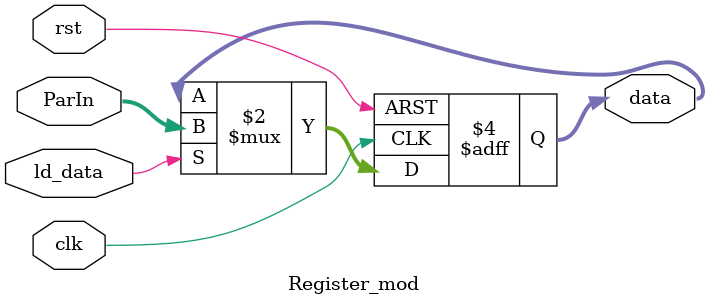
<source format=sv>
module Register_mod(clk, rst, ld_data, ParIn, data);
    parameter WIDTH = 4;
    input clk, rst, ld_data;
    input [WIDTH - 1 :0] ParIn;
    output reg [WIDTH - 1:0] data;

  always @(posedge clk, posedge rst) begin
    if (rst) data <= 0;
    else if (ld_data) data <= ParIn;
  end
endmodule


</source>
